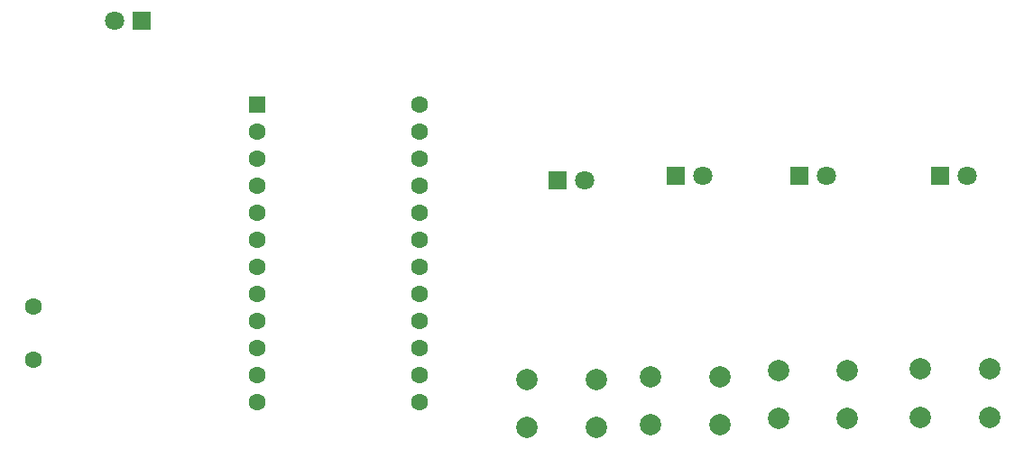
<source format=gbr>
%TF.GenerationSoftware,KiCad,Pcbnew,(6.0.1)*%
%TF.CreationDate,2023-09-06T20:42:41-07:00*%
%TF.ProjectId,Simon Says,53696d6f-6e20-4536-9179-732e6b696361,rev?*%
%TF.SameCoordinates,Original*%
%TF.FileFunction,Soldermask,Bot*%
%TF.FilePolarity,Negative*%
%FSLAX46Y46*%
G04 Gerber Fmt 4.6, Leading zero omitted, Abs format (unit mm)*
G04 Created by KiCad (PCBNEW (6.0.1)) date 2023-09-06 20:42:41*
%MOMM*%
%LPD*%
G01*
G04 APERTURE LIST*
%ADD10C,1.602000*%
%ADD11C,2.000000*%
%ADD12R,1.800000X1.800000*%
%ADD13C,1.800000*%
%ADD14R,1.600000X1.600000*%
%ADD15C,1.600000*%
G04 APERTURE END LIST*
D10*
%TO.C,LS1*%
X61800000Y-89400000D03*
X61800000Y-84400000D03*
%TD*%
D11*
%TO.C,SW3*%
X131750000Y-90350000D03*
X138250000Y-90350000D03*
X138250000Y-94850000D03*
X131750000Y-94850000D03*
%TD*%
D12*
%TO.C,D2*%
X122125000Y-72100000D03*
D13*
X124665000Y-72100000D03*
%TD*%
D12*
%TO.C,D3*%
X133760000Y-72100000D03*
D13*
X136300000Y-72100000D03*
%TD*%
D14*
%TO.C,U1*%
X82880000Y-65400000D03*
D15*
X82880000Y-67940000D03*
X82880000Y-70480000D03*
X82880000Y-73020000D03*
X82880000Y-75560000D03*
X82880000Y-78100000D03*
X82880000Y-80640000D03*
X82880000Y-83180000D03*
X82880000Y-85720000D03*
X82880000Y-88260000D03*
X82880000Y-90800000D03*
X82880000Y-93340000D03*
X98120000Y-93340000D03*
X98120000Y-90800000D03*
X98120000Y-88260000D03*
X98120000Y-85720000D03*
X98120000Y-83180000D03*
X98120000Y-80640000D03*
X98120000Y-78100000D03*
X98120000Y-75560000D03*
X98120000Y-73020000D03*
X98120000Y-70480000D03*
X98120000Y-67940000D03*
X98120000Y-65400000D03*
%TD*%
D12*
%TO.C,D1*%
X111025000Y-72500000D03*
D13*
X113565000Y-72500000D03*
%TD*%
D12*
%TO.C,D5*%
X72000000Y-57500000D03*
D13*
X69460000Y-57500000D03*
%TD*%
D11*
%TO.C,SW2*%
X126250000Y-90950000D03*
X119750000Y-90950000D03*
X126250000Y-95450000D03*
X119750000Y-95450000D03*
%TD*%
D12*
%TO.C,D4*%
X146925000Y-72100000D03*
D13*
X149465000Y-72100000D03*
%TD*%
D11*
%TO.C,SW1*%
X108150000Y-91250000D03*
X114650000Y-91250000D03*
X108150000Y-95750000D03*
X114650000Y-95750000D03*
%TD*%
%TO.C,SW4*%
X145050000Y-90250000D03*
X151550000Y-90250000D03*
X145050000Y-94750000D03*
X151550000Y-94750000D03*
%TD*%
M02*

</source>
